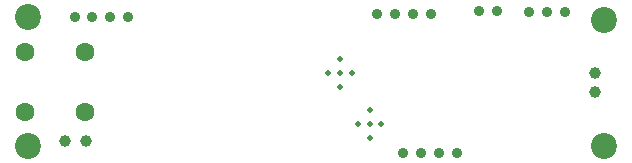
<source format=gbr>
%TF.GenerationSoftware,KiCad,Pcbnew,7.0.7*%
%TF.CreationDate,2024-07-30T16:01:34+03:00*%
%TF.ProjectId,Main_PCB_002,4d61696e-5f50-4434-925f-3030322e6b69,rev?*%
%TF.SameCoordinates,Original*%
%TF.FileFunction,Soldermask,Bot*%
%TF.FilePolarity,Negative*%
%FSLAX46Y46*%
G04 Gerber Fmt 4.6, Leading zero omitted, Abs format (unit mm)*
G04 Created by KiCad (PCBNEW 7.0.7) date 2024-07-30 16:01:34*
%MOMM*%
%LPD*%
G01*
G04 APERTURE LIST*
%ADD10C,0.900000*%
%ADD11C,1.600000*%
%ADD12C,2.200000*%
%ADD13C,1.000000*%
%ADD14C,0.499999*%
G04 APERTURE END LIST*
D10*
%TO.C,D27*%
X87325200Y-63855600D03*
%TD*%
D11*
%TO.C,D3*%
X60401200Y-60350400D03*
%TD*%
%TO.C,D19*%
X55321200Y-55270400D03*
%TD*%
D12*
%TO.C,D29*%
X55626000Y-63246000D03*
%TD*%
D10*
%TO.C,D12*%
X62585600Y-52324000D03*
%TD*%
D11*
%TO.C,D2*%
X60401200Y-55270400D03*
%TD*%
D12*
%TO.C,D30*%
X104394000Y-52578000D03*
%TD*%
D10*
%TO.C,D20*%
X89712800Y-52019200D03*
%TD*%
D13*
%TO.C,D18*%
X103581200Y-58674000D03*
%TD*%
D10*
%TO.C,D22*%
X88188800Y-52019200D03*
%TD*%
D11*
%TO.C,D1*%
X55321200Y-60350400D03*
%TD*%
D10*
%TO.C,D25*%
X88849200Y-63855600D03*
%TD*%
%TO.C,D21*%
X91897200Y-63855600D03*
%TD*%
%TO.C,D10*%
X97993200Y-51917600D03*
%TD*%
%TO.C,D7*%
X95351600Y-51816000D03*
%TD*%
%TO.C,D24*%
X86664800Y-52019200D03*
%TD*%
D13*
%TO.C,D17*%
X103581200Y-57048400D03*
%TD*%
D14*
%TO.C,U4*%
X81012599Y-57067600D03*
X82012600Y-55867600D03*
X82012600Y-57067600D03*
X82012600Y-58267600D03*
X83012601Y-57067600D03*
%TD*%
D10*
%TO.C,D23*%
X90373200Y-63855600D03*
%TD*%
%TO.C,D13*%
X61061600Y-52324000D03*
%TD*%
D13*
%TO.C,D16*%
X58724800Y-62788800D03*
%TD*%
D10*
%TO.C,D11*%
X64109600Y-52324000D03*
%TD*%
%TO.C,D8*%
X101041200Y-51917600D03*
%TD*%
D12*
%TO.C,D28*%
X55626000Y-52324000D03*
%TD*%
D14*
%TO.C,U3*%
X83539899Y-61385600D03*
X84539900Y-60185600D03*
X84539900Y-61385600D03*
X84539900Y-62585600D03*
X85539901Y-61385600D03*
%TD*%
D10*
%TO.C,D9*%
X99517200Y-51917600D03*
%TD*%
%TO.C,D14*%
X59563000Y-52349400D03*
%TD*%
%TO.C,D6*%
X93827600Y-51816000D03*
%TD*%
D12*
%TO.C,D31*%
X104394000Y-63246000D03*
%TD*%
D13*
%TO.C,D15*%
X60502800Y-62788800D03*
%TD*%
D10*
%TO.C,D26*%
X85140800Y-52019200D03*
%TD*%
M02*

</source>
